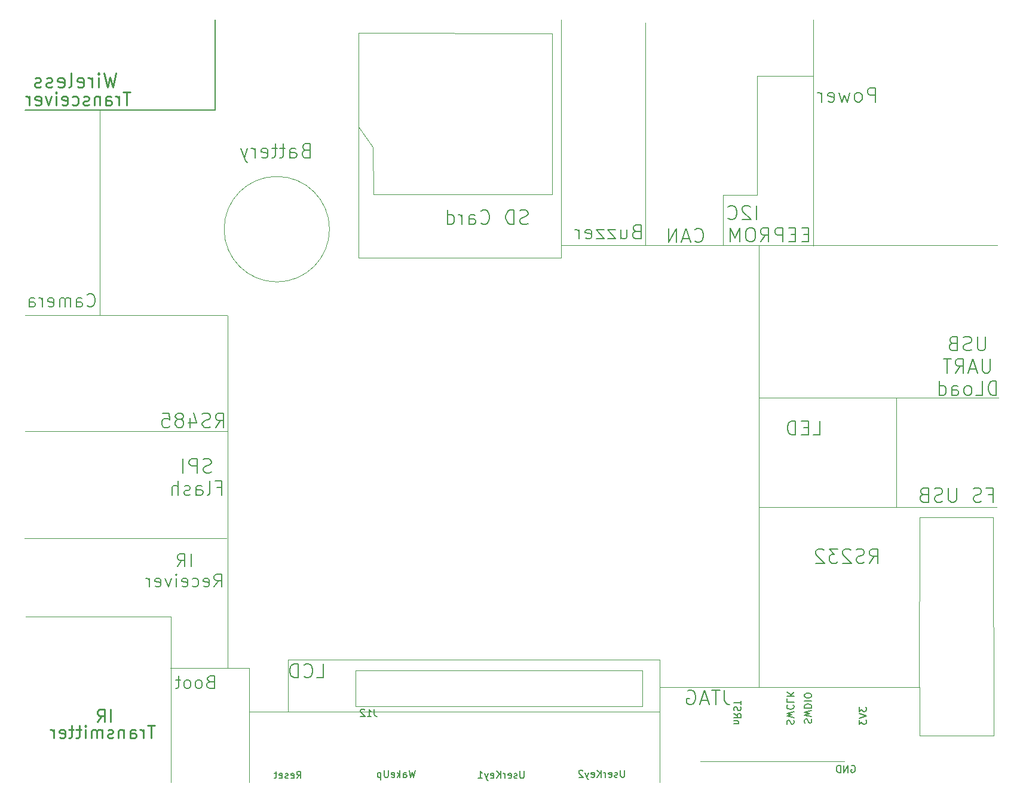
<source format=gbr>
%TF.GenerationSoftware,KiCad,Pcbnew,(5.1.10-1-10_14)*%
%TF.CreationDate,2021-07-27T16:47:55+08:00*%
%TF.ProjectId,mySTM32,6d795354-4d33-4322-9e6b-696361645f70,rev?*%
%TF.SameCoordinates,Original*%
%TF.FileFunction,Legend,Bot*%
%TF.FilePolarity,Positive*%
%FSLAX46Y46*%
G04 Gerber Fmt 4.6, Leading zero omitted, Abs format (unit mm)*
G04 Created by KiCad (PCBNEW (5.1.10-1-10_14)) date 2021-07-27 16:47:55*
%MOMM*%
%LPD*%
G01*
G04 APERTURE LIST*
%ADD10C,0.120000*%
%ADD11C,0.150000*%
%ADD12C,0.250000*%
G04 APERTURE END LIST*
D10*
X125740160Y-134965440D02*
X146169380Y-134965440D01*
D11*
X147149724Y-135628760D02*
X147244962Y-135581140D01*
X147387820Y-135581140D01*
X147530677Y-135628760D01*
X147625915Y-135723998D01*
X147673534Y-135819236D01*
X147721153Y-136009712D01*
X147721153Y-136152569D01*
X147673534Y-136343045D01*
X147625915Y-136438283D01*
X147530677Y-136533521D01*
X147387820Y-136581140D01*
X147292581Y-136581140D01*
X147149724Y-136533521D01*
X147102105Y-136485902D01*
X147102105Y-136152569D01*
X147292581Y-136152569D01*
X146673534Y-136581140D02*
X146673534Y-135581140D01*
X146102105Y-136581140D01*
X146102105Y-135581140D01*
X145625915Y-136581140D02*
X145625915Y-135581140D01*
X145387820Y-135581140D01*
X145244962Y-135628760D01*
X145149724Y-135723998D01*
X145102105Y-135819236D01*
X145054486Y-136009712D01*
X145054486Y-136152569D01*
X145102105Y-136343045D01*
X145149724Y-136438283D01*
X145244962Y-136533521D01*
X145387820Y-136581140D01*
X145625915Y-136581140D01*
X148273520Y-127324004D02*
X148273520Y-127943052D01*
X148654473Y-127609719D01*
X148654473Y-127752576D01*
X148702092Y-127847814D01*
X148749711Y-127895433D01*
X148844949Y-127943052D01*
X149083044Y-127943052D01*
X149178282Y-127895433D01*
X149225901Y-127847814D01*
X149273520Y-127752576D01*
X149273520Y-127466861D01*
X149225901Y-127371623D01*
X149178282Y-127324004D01*
X148273520Y-128228766D02*
X149273520Y-128562100D01*
X148273520Y-128895433D01*
X148273520Y-129133528D02*
X148273520Y-129752576D01*
X148654473Y-129419242D01*
X148654473Y-129562100D01*
X148702092Y-129657338D01*
X148749711Y-129704957D01*
X148844949Y-129752576D01*
X149083044Y-129752576D01*
X149178282Y-129704957D01*
X149225901Y-129657338D01*
X149273520Y-129562100D01*
X149273520Y-129276385D01*
X149225901Y-129181147D01*
X149178282Y-129133528D01*
X140567778Y-129588947D02*
X140520159Y-129446090D01*
X140520159Y-129207995D01*
X140567778Y-129112757D01*
X140615397Y-129065138D01*
X140710635Y-129017519D01*
X140805873Y-129017519D01*
X140901111Y-129065138D01*
X140948730Y-129112757D01*
X140996349Y-129207995D01*
X141043968Y-129398471D01*
X141091587Y-129493709D01*
X141139206Y-129541328D01*
X141234444Y-129588947D01*
X141329682Y-129588947D01*
X141424920Y-129541328D01*
X141472540Y-129493709D01*
X141520159Y-129398471D01*
X141520159Y-129160376D01*
X141472540Y-129017519D01*
X141520159Y-128684185D02*
X140520159Y-128446090D01*
X141234444Y-128255614D01*
X140520159Y-128065138D01*
X141520159Y-127827042D01*
X140520159Y-127446090D02*
X141520159Y-127446090D01*
X141520159Y-127207995D01*
X141472540Y-127065138D01*
X141377301Y-126969900D01*
X141282063Y-126922280D01*
X141091587Y-126874661D01*
X140948730Y-126874661D01*
X140758254Y-126922280D01*
X140663016Y-126969900D01*
X140567778Y-127065138D01*
X140520159Y-127207995D01*
X140520159Y-127446090D01*
X140520159Y-126446090D02*
X141520159Y-126446090D01*
X141520159Y-125779423D02*
X141520159Y-125588947D01*
X141472540Y-125493709D01*
X141377301Y-125398471D01*
X141186825Y-125350852D01*
X140853492Y-125350852D01*
X140663016Y-125398471D01*
X140567778Y-125493709D01*
X140520159Y-125588947D01*
X140520159Y-125779423D01*
X140567778Y-125874661D01*
X140663016Y-125969900D01*
X140853492Y-126017519D01*
X141186825Y-126017519D01*
X141377301Y-125969900D01*
X141472540Y-125874661D01*
X141520159Y-125779423D01*
X138063338Y-129731804D02*
X138015719Y-129588947D01*
X138015719Y-129350852D01*
X138063338Y-129255614D01*
X138110957Y-129207995D01*
X138206195Y-129160376D01*
X138301433Y-129160376D01*
X138396671Y-129207995D01*
X138444290Y-129255614D01*
X138491909Y-129350852D01*
X138539528Y-129541328D01*
X138587147Y-129636566D01*
X138634766Y-129684185D01*
X138730004Y-129731804D01*
X138825242Y-129731804D01*
X138920480Y-129684185D01*
X138968100Y-129636566D01*
X139015719Y-129541328D01*
X139015719Y-129303233D01*
X138968100Y-129160376D01*
X139015719Y-128827042D02*
X138015719Y-128588947D01*
X138730004Y-128398471D01*
X138015719Y-128207995D01*
X139015719Y-127969900D01*
X138110957Y-127017519D02*
X138063338Y-127065138D01*
X138015719Y-127207995D01*
X138015719Y-127303233D01*
X138063338Y-127446090D01*
X138158576Y-127541328D01*
X138253814Y-127588947D01*
X138444290Y-127636566D01*
X138587147Y-127636566D01*
X138777623Y-127588947D01*
X138872861Y-127541328D01*
X138968100Y-127446090D01*
X139015719Y-127303233D01*
X139015719Y-127207995D01*
X138968100Y-127065138D01*
X138920480Y-127017519D01*
X138015719Y-126112757D02*
X138015719Y-126588947D01*
X139015719Y-126588947D01*
X138015719Y-125779423D02*
X139015719Y-125779423D01*
X138015719Y-125207995D02*
X138587147Y-125636566D01*
X139015719Y-125207995D02*
X138444290Y-125779423D01*
X131169065Y-129709348D02*
X130502399Y-129709348D01*
X131073827Y-129709348D02*
X131121446Y-129661729D01*
X131169065Y-129566491D01*
X131169065Y-129423634D01*
X131121446Y-129328396D01*
X131026208Y-129280777D01*
X130502399Y-129280777D01*
X130502399Y-128233158D02*
X130978589Y-128566491D01*
X130502399Y-128804586D02*
X131502399Y-128804586D01*
X131502399Y-128423634D01*
X131454780Y-128328396D01*
X131407160Y-128280777D01*
X131311922Y-128233158D01*
X131169065Y-128233158D01*
X131073827Y-128280777D01*
X131026208Y-128328396D01*
X130978589Y-128423634D01*
X130978589Y-128804586D01*
X130550018Y-127852205D02*
X130502399Y-127709348D01*
X130502399Y-127471253D01*
X130550018Y-127376015D01*
X130597637Y-127328396D01*
X130692875Y-127280777D01*
X130788113Y-127280777D01*
X130883351Y-127328396D01*
X130930970Y-127376015D01*
X130978589Y-127471253D01*
X131026208Y-127661729D01*
X131073827Y-127756967D01*
X131121446Y-127804586D01*
X131216684Y-127852205D01*
X131311922Y-127852205D01*
X131407160Y-127804586D01*
X131454780Y-127756967D01*
X131502399Y-127661729D01*
X131502399Y-127423634D01*
X131454780Y-127280777D01*
X131502399Y-126995062D02*
X131502399Y-126423634D01*
X130502399Y-126709348D02*
X131502399Y-126709348D01*
D10*
X77348080Y-31920180D02*
X77330300Y-45140880D01*
X104741980Y-31960820D02*
X77348080Y-31920180D01*
X104741980Y-54749700D02*
X104741980Y-31960820D01*
X79408020Y-54749700D02*
X104741980Y-54749700D01*
X79380080Y-48054260D02*
X79408020Y-54749700D01*
X77332840Y-45135800D02*
X79380080Y-48054260D01*
X77343000Y-63738760D02*
X77332840Y-45135800D01*
X73217449Y-59667140D02*
G75*
G03*
X73217449Y-59667140I-7467009J0D01*
G01*
X156832300Y-100454460D02*
X156786580Y-124526040D01*
X167236140Y-100431600D02*
X156832300Y-100454460D01*
X167292020Y-131404360D02*
X167236140Y-100431600D01*
X156806900Y-131404360D02*
X167292020Y-131404360D01*
X156806900Y-124503180D02*
X156806900Y-131404360D01*
X156601160Y-124531120D02*
X156806900Y-124503180D01*
D11*
X116676322Y-59989102D02*
X116390608Y-60084340D01*
X116295370Y-60179579D01*
X116200132Y-60370055D01*
X116200132Y-60655769D01*
X116295370Y-60846245D01*
X116390608Y-60941483D01*
X116581084Y-61036721D01*
X117342989Y-61036721D01*
X117342989Y-59036721D01*
X116676322Y-59036721D01*
X116485846Y-59131960D01*
X116390608Y-59227198D01*
X116295370Y-59417674D01*
X116295370Y-59608150D01*
X116390608Y-59798626D01*
X116485846Y-59893864D01*
X116676322Y-59989102D01*
X117342989Y-59989102D01*
X114485846Y-59703388D02*
X114485846Y-61036721D01*
X115342989Y-59703388D02*
X115342989Y-60751007D01*
X115247751Y-60941483D01*
X115057275Y-61036721D01*
X114771560Y-61036721D01*
X114581084Y-60941483D01*
X114485846Y-60846245D01*
X113723941Y-59703388D02*
X112676322Y-59703388D01*
X113723941Y-61036721D01*
X112676322Y-61036721D01*
X112104894Y-59703388D02*
X111057275Y-59703388D01*
X112104894Y-61036721D01*
X111057275Y-61036721D01*
X109533465Y-60941483D02*
X109723941Y-61036721D01*
X110104894Y-61036721D01*
X110295370Y-60941483D01*
X110390608Y-60751007D01*
X110390608Y-59989102D01*
X110295370Y-59798626D01*
X110104894Y-59703388D01*
X109723941Y-59703388D01*
X109533465Y-59798626D01*
X109438227Y-59989102D01*
X109438227Y-60179579D01*
X110390608Y-60370055D01*
X108581084Y-61036721D02*
X108581084Y-59703388D01*
X108581084Y-60084340D02*
X108485846Y-59893864D01*
X108390608Y-59798626D01*
X108200132Y-59703388D01*
X108009656Y-59703388D01*
X69812017Y-48500682D02*
X69526302Y-48595920D01*
X69431064Y-48691159D01*
X69335826Y-48881635D01*
X69335826Y-49167349D01*
X69431064Y-49357825D01*
X69526302Y-49453063D01*
X69716779Y-49548301D01*
X70478683Y-49548301D01*
X70478683Y-47548301D01*
X69812017Y-47548301D01*
X69621540Y-47643540D01*
X69526302Y-47738778D01*
X69431064Y-47929254D01*
X69431064Y-48119730D01*
X69526302Y-48310206D01*
X69621540Y-48405444D01*
X69812017Y-48500682D01*
X70478683Y-48500682D01*
X67621540Y-49548301D02*
X67621540Y-48500682D01*
X67716779Y-48310206D01*
X67907255Y-48214968D01*
X68288207Y-48214968D01*
X68478683Y-48310206D01*
X67621540Y-49453063D02*
X67812017Y-49548301D01*
X68288207Y-49548301D01*
X68478683Y-49453063D01*
X68573921Y-49262587D01*
X68573921Y-49072111D01*
X68478683Y-48881635D01*
X68288207Y-48786397D01*
X67812017Y-48786397D01*
X67621540Y-48691159D01*
X66954874Y-48214968D02*
X66192969Y-48214968D01*
X66669160Y-47548301D02*
X66669160Y-49262587D01*
X66573921Y-49453063D01*
X66383445Y-49548301D01*
X66192969Y-49548301D01*
X65812017Y-48214968D02*
X65050112Y-48214968D01*
X65526302Y-47548301D02*
X65526302Y-49262587D01*
X65431064Y-49453063D01*
X65240588Y-49548301D01*
X65050112Y-49548301D01*
X63621540Y-49453063D02*
X63812017Y-49548301D01*
X64192969Y-49548301D01*
X64383445Y-49453063D01*
X64478683Y-49262587D01*
X64478683Y-48500682D01*
X64383445Y-48310206D01*
X64192969Y-48214968D01*
X63812017Y-48214968D01*
X63621540Y-48310206D01*
X63526302Y-48500682D01*
X63526302Y-48691159D01*
X64478683Y-48881635D01*
X62669160Y-49548301D02*
X62669160Y-48214968D01*
X62669160Y-48595920D02*
X62573921Y-48405444D01*
X62478683Y-48310206D01*
X62288207Y-48214968D01*
X62097731Y-48214968D01*
X61621540Y-48214968D02*
X61145350Y-49548301D01*
X60669160Y-48214968D02*
X61145350Y-49548301D01*
X61335826Y-50024492D01*
X61431064Y-50119730D01*
X61621540Y-50214968D01*
D10*
X77343660Y-63728600D02*
X106000000Y-63728600D01*
D11*
X101339564Y-58861223D02*
X101053850Y-58956461D01*
X100577660Y-58956461D01*
X100387183Y-58861223D01*
X100291945Y-58765985D01*
X100196707Y-58575509D01*
X100196707Y-58385033D01*
X100291945Y-58194557D01*
X100387183Y-58099319D01*
X100577660Y-58004080D01*
X100958612Y-57908842D01*
X101149088Y-57813604D01*
X101244326Y-57718366D01*
X101339564Y-57527890D01*
X101339564Y-57337414D01*
X101244326Y-57146938D01*
X101149088Y-57051700D01*
X100958612Y-56956461D01*
X100482421Y-56956461D01*
X100196707Y-57051700D01*
X99339564Y-58956461D02*
X99339564Y-56956461D01*
X98863374Y-56956461D01*
X98577660Y-57051700D01*
X98387183Y-57242176D01*
X98291945Y-57432652D01*
X98196707Y-57813604D01*
X98196707Y-58099319D01*
X98291945Y-58480271D01*
X98387183Y-58670747D01*
X98577660Y-58861223D01*
X98863374Y-58956461D01*
X99339564Y-58956461D01*
X94672898Y-58765985D02*
X94768136Y-58861223D01*
X95053850Y-58956461D01*
X95244326Y-58956461D01*
X95530040Y-58861223D01*
X95720517Y-58670747D01*
X95815755Y-58480271D01*
X95910993Y-58099319D01*
X95910993Y-57813604D01*
X95815755Y-57432652D01*
X95720517Y-57242176D01*
X95530040Y-57051700D01*
X95244326Y-56956461D01*
X95053850Y-56956461D01*
X94768136Y-57051700D01*
X94672898Y-57146938D01*
X92958612Y-58956461D02*
X92958612Y-57908842D01*
X93053850Y-57718366D01*
X93244326Y-57623128D01*
X93625279Y-57623128D01*
X93815755Y-57718366D01*
X92958612Y-58861223D02*
X93149088Y-58956461D01*
X93625279Y-58956461D01*
X93815755Y-58861223D01*
X93910993Y-58670747D01*
X93910993Y-58480271D01*
X93815755Y-58289795D01*
X93625279Y-58194557D01*
X93149088Y-58194557D01*
X92958612Y-58099319D01*
X92006231Y-58956461D02*
X92006231Y-57623128D01*
X92006231Y-58004080D02*
X91910993Y-57813604D01*
X91815755Y-57718366D01*
X91625279Y-57623128D01*
X91434802Y-57623128D01*
X89910993Y-58956461D02*
X89910993Y-56956461D01*
X89910993Y-58861223D02*
X90101469Y-58956461D01*
X90482421Y-58956461D01*
X90672898Y-58861223D01*
X90768136Y-58765985D01*
X90863374Y-58575509D01*
X90863374Y-58004080D01*
X90768136Y-57813604D01*
X90672898Y-57718366D01*
X90482421Y-57623128D01*
X90101469Y-57623128D01*
X89910993Y-57718366D01*
D10*
X106000000Y-30048200D02*
X106000000Y-63728600D01*
X117991400Y-61963300D02*
X117991400Y-30403800D01*
D11*
X124976094Y-61351705D02*
X125071332Y-61446943D01*
X125357046Y-61542181D01*
X125547522Y-61542181D01*
X125833237Y-61446943D01*
X126023713Y-61256467D01*
X126118951Y-61065991D01*
X126214189Y-60685039D01*
X126214189Y-60399324D01*
X126118951Y-60018372D01*
X126023713Y-59827896D01*
X125833237Y-59637420D01*
X125547522Y-59542181D01*
X125357046Y-59542181D01*
X125071332Y-59637420D01*
X124976094Y-59732658D01*
X124214189Y-60970753D02*
X123261808Y-60970753D01*
X124404665Y-61542181D02*
X123737999Y-59542181D01*
X123071332Y-61542181D01*
X122404665Y-61542181D02*
X122404665Y-59542181D01*
X121261808Y-61542181D01*
X121261808Y-59542181D01*
X133689957Y-58316181D02*
X133689957Y-56316181D01*
X132832814Y-56506658D02*
X132737576Y-56411420D01*
X132547100Y-56316181D01*
X132070909Y-56316181D01*
X131880433Y-56411420D01*
X131785195Y-56506658D01*
X131689957Y-56697134D01*
X131689957Y-56887610D01*
X131785195Y-57173324D01*
X132928052Y-58316181D01*
X131689957Y-58316181D01*
X129689957Y-58125705D02*
X129785195Y-58220943D01*
X130070909Y-58316181D01*
X130261385Y-58316181D01*
X130547100Y-58220943D01*
X130737576Y-58030467D01*
X130832814Y-57839991D01*
X130928052Y-57459039D01*
X130928052Y-57173324D01*
X130832814Y-56792372D01*
X130737576Y-56601896D01*
X130547100Y-56411420D01*
X130261385Y-56316181D01*
X130070909Y-56316181D01*
X129785195Y-56411420D01*
X129689957Y-56506658D01*
X141070909Y-60418562D02*
X140404242Y-60418562D01*
X140118528Y-61466181D02*
X141070909Y-61466181D01*
X141070909Y-59466181D01*
X140118528Y-59466181D01*
X139261385Y-60418562D02*
X138594719Y-60418562D01*
X138309004Y-61466181D02*
X139261385Y-61466181D01*
X139261385Y-59466181D01*
X138309004Y-59466181D01*
X137451861Y-61466181D02*
X137451861Y-59466181D01*
X136689957Y-59466181D01*
X136499480Y-59561420D01*
X136404242Y-59656658D01*
X136309004Y-59847134D01*
X136309004Y-60132848D01*
X136404242Y-60323324D01*
X136499480Y-60418562D01*
X136689957Y-60513800D01*
X137451861Y-60513800D01*
X134309004Y-61466181D02*
X134975671Y-60513800D01*
X135451861Y-61466181D02*
X135451861Y-59466181D01*
X134689957Y-59466181D01*
X134499480Y-59561420D01*
X134404242Y-59656658D01*
X134309004Y-59847134D01*
X134309004Y-60132848D01*
X134404242Y-60323324D01*
X134499480Y-60418562D01*
X134689957Y-60513800D01*
X135451861Y-60513800D01*
X133070909Y-59466181D02*
X132689957Y-59466181D01*
X132499480Y-59561420D01*
X132309004Y-59751896D01*
X132213766Y-60132848D01*
X132213766Y-60799515D01*
X132309004Y-61180467D01*
X132499480Y-61370943D01*
X132689957Y-61466181D01*
X133070909Y-61466181D01*
X133261385Y-61370943D01*
X133451861Y-61180467D01*
X133547100Y-60799515D01*
X133547100Y-60132848D01*
X133451861Y-59751896D01*
X133261385Y-59561420D01*
X133070909Y-59466181D01*
X131356623Y-61466181D02*
X131356623Y-59466181D01*
X130689957Y-60894753D01*
X130023290Y-59466181D01*
X130023290Y-61466181D01*
D10*
X129000000Y-54813200D02*
X129000000Y-61937900D01*
X133800000Y-54813200D02*
X129000000Y-54813200D01*
X133800000Y-38023800D02*
X133800000Y-54813200D01*
X141757400Y-38011100D02*
X133800000Y-38011100D01*
X141782800Y-30035500D02*
X141782800Y-62001400D01*
D11*
X150573880Y-41671761D02*
X150573880Y-39671761D01*
X149811976Y-39671761D01*
X149621500Y-39767000D01*
X149526261Y-39862238D01*
X149431023Y-40052714D01*
X149431023Y-40338428D01*
X149526261Y-40528904D01*
X149621500Y-40624142D01*
X149811976Y-40719380D01*
X150573880Y-40719380D01*
X148288166Y-41671761D02*
X148478642Y-41576523D01*
X148573880Y-41481285D01*
X148669119Y-41290809D01*
X148669119Y-40719380D01*
X148573880Y-40528904D01*
X148478642Y-40433666D01*
X148288166Y-40338428D01*
X148002452Y-40338428D01*
X147811976Y-40433666D01*
X147716738Y-40528904D01*
X147621500Y-40719380D01*
X147621500Y-41290809D01*
X147716738Y-41481285D01*
X147811976Y-41576523D01*
X148002452Y-41671761D01*
X148288166Y-41671761D01*
X146954833Y-40338428D02*
X146573880Y-41671761D01*
X146192928Y-40719380D01*
X145811976Y-41671761D01*
X145431023Y-40338428D01*
X143907214Y-41576523D02*
X144097690Y-41671761D01*
X144478642Y-41671761D01*
X144669119Y-41576523D01*
X144764357Y-41386047D01*
X144764357Y-40624142D01*
X144669119Y-40433666D01*
X144478642Y-40338428D01*
X144097690Y-40338428D01*
X143907214Y-40433666D01*
X143811976Y-40624142D01*
X143811976Y-40814619D01*
X144764357Y-41005095D01*
X142954833Y-41671761D02*
X142954833Y-40338428D01*
X142954833Y-40719380D02*
X142859595Y-40528904D01*
X142764357Y-40433666D01*
X142573880Y-40338428D01*
X142383404Y-40338428D01*
D10*
X167881300Y-61963300D02*
X106000000Y-61963300D01*
D11*
X166186169Y-74873221D02*
X166186169Y-76492269D01*
X166090931Y-76682745D01*
X165995693Y-76777983D01*
X165805217Y-76873221D01*
X165424264Y-76873221D01*
X165233788Y-76777983D01*
X165138550Y-76682745D01*
X165043312Y-76492269D01*
X165043312Y-74873221D01*
X164186169Y-76777983D02*
X163900455Y-76873221D01*
X163424264Y-76873221D01*
X163233788Y-76777983D01*
X163138550Y-76682745D01*
X163043312Y-76492269D01*
X163043312Y-76301793D01*
X163138550Y-76111317D01*
X163233788Y-76016079D01*
X163424264Y-75920840D01*
X163805217Y-75825602D01*
X163995693Y-75730364D01*
X164090931Y-75635126D01*
X164186169Y-75444650D01*
X164186169Y-75254174D01*
X164090931Y-75063698D01*
X163995693Y-74968460D01*
X163805217Y-74873221D01*
X163329026Y-74873221D01*
X163043312Y-74968460D01*
X161519502Y-75825602D02*
X161233788Y-75920840D01*
X161138550Y-76016079D01*
X161043312Y-76206555D01*
X161043312Y-76492269D01*
X161138550Y-76682745D01*
X161233788Y-76777983D01*
X161424264Y-76873221D01*
X162186169Y-76873221D01*
X162186169Y-74873221D01*
X161519502Y-74873221D01*
X161329026Y-74968460D01*
X161233788Y-75063698D01*
X161138550Y-75254174D01*
X161138550Y-75444650D01*
X161233788Y-75635126D01*
X161329026Y-75730364D01*
X161519502Y-75825602D01*
X162186169Y-75825602D01*
X166852836Y-78023221D02*
X166852836Y-79642269D01*
X166757598Y-79832745D01*
X166662360Y-79927983D01*
X166471883Y-80023221D01*
X166090931Y-80023221D01*
X165900455Y-79927983D01*
X165805217Y-79832745D01*
X165709979Y-79642269D01*
X165709979Y-78023221D01*
X164852836Y-79451793D02*
X163900455Y-79451793D01*
X165043312Y-80023221D02*
X164376645Y-78023221D01*
X163709979Y-80023221D01*
X161900455Y-80023221D02*
X162567121Y-79070840D01*
X163043312Y-80023221D02*
X163043312Y-78023221D01*
X162281407Y-78023221D01*
X162090931Y-78118460D01*
X161995693Y-78213698D01*
X161900455Y-78404174D01*
X161900455Y-78689888D01*
X161995693Y-78880364D01*
X162090931Y-78975602D01*
X162281407Y-79070840D01*
X163043312Y-79070840D01*
X161329026Y-78023221D02*
X160186169Y-78023221D01*
X160757598Y-80023221D02*
X160757598Y-78023221D01*
X167709979Y-83173221D02*
X167709979Y-81173221D01*
X167233788Y-81173221D01*
X166948074Y-81268460D01*
X166757598Y-81458936D01*
X166662360Y-81649412D01*
X166567121Y-82030364D01*
X166567121Y-82316079D01*
X166662360Y-82697031D01*
X166757598Y-82887507D01*
X166948074Y-83077983D01*
X167233788Y-83173221D01*
X167709979Y-83173221D01*
X164757598Y-83173221D02*
X165709979Y-83173221D01*
X165709979Y-81173221D01*
X163805217Y-83173221D02*
X163995693Y-83077983D01*
X164090931Y-82982745D01*
X164186169Y-82792269D01*
X164186169Y-82220840D01*
X164090931Y-82030364D01*
X163995693Y-81935126D01*
X163805217Y-81839888D01*
X163519502Y-81839888D01*
X163329026Y-81935126D01*
X163233788Y-82030364D01*
X163138550Y-82220840D01*
X163138550Y-82792269D01*
X163233788Y-82982745D01*
X163329026Y-83077983D01*
X163519502Y-83173221D01*
X163805217Y-83173221D01*
X161424264Y-83173221D02*
X161424264Y-82125602D01*
X161519502Y-81935126D01*
X161709979Y-81839888D01*
X162090931Y-81839888D01*
X162281407Y-81935126D01*
X161424264Y-83077983D02*
X161614740Y-83173221D01*
X162090931Y-83173221D01*
X162281407Y-83077983D01*
X162376645Y-82887507D01*
X162376645Y-82697031D01*
X162281407Y-82506555D01*
X162090931Y-82411317D01*
X161614740Y-82411317D01*
X161424264Y-82316079D01*
X159614740Y-83173221D02*
X159614740Y-81173221D01*
X159614740Y-83077983D02*
X159805217Y-83173221D01*
X160186169Y-83173221D01*
X160376645Y-83077983D01*
X160471883Y-82982745D01*
X160567121Y-82792269D01*
X160567121Y-82220840D01*
X160471883Y-82030364D01*
X160376645Y-81935126D01*
X160186169Y-81839888D01*
X159805217Y-81839888D01*
X159614740Y-81935126D01*
X141724854Y-88819241D02*
X142677235Y-88819241D01*
X142677235Y-86819241D01*
X141058187Y-87771622D02*
X140391520Y-87771622D01*
X140105806Y-88819241D02*
X141058187Y-88819241D01*
X141058187Y-86819241D01*
X140105806Y-86819241D01*
X139248663Y-88819241D02*
X139248663Y-86819241D01*
X138772473Y-86819241D01*
X138486759Y-86914480D01*
X138296282Y-87104956D01*
X138201044Y-87295432D01*
X138105806Y-87676384D01*
X138105806Y-87962099D01*
X138201044Y-88343051D01*
X138296282Y-88533527D01*
X138486759Y-88724003D01*
X138772473Y-88819241D01*
X139248663Y-88819241D01*
D10*
X168000000Y-83500000D02*
X134061200Y-83500000D01*
D11*
X166544071Y-97266142D02*
X167210738Y-97266142D01*
X167210738Y-98313761D02*
X167210738Y-96313761D01*
X166258357Y-96313761D01*
X165591690Y-98218523D02*
X165305976Y-98313761D01*
X164829785Y-98313761D01*
X164639309Y-98218523D01*
X164544071Y-98123285D01*
X164448833Y-97932809D01*
X164448833Y-97742333D01*
X164544071Y-97551857D01*
X164639309Y-97456619D01*
X164829785Y-97361380D01*
X165210738Y-97266142D01*
X165401214Y-97170904D01*
X165496452Y-97075666D01*
X165591690Y-96885190D01*
X165591690Y-96694714D01*
X165496452Y-96504238D01*
X165401214Y-96409000D01*
X165210738Y-96313761D01*
X164734547Y-96313761D01*
X164448833Y-96409000D01*
X162067880Y-96313761D02*
X162067880Y-97932809D01*
X161972642Y-98123285D01*
X161877404Y-98218523D01*
X161686928Y-98313761D01*
X161305976Y-98313761D01*
X161115500Y-98218523D01*
X161020261Y-98123285D01*
X160925023Y-97932809D01*
X160925023Y-96313761D01*
X160067880Y-98218523D02*
X159782166Y-98313761D01*
X159305976Y-98313761D01*
X159115500Y-98218523D01*
X159020261Y-98123285D01*
X158925023Y-97932809D01*
X158925023Y-97742333D01*
X159020261Y-97551857D01*
X159115500Y-97456619D01*
X159305976Y-97361380D01*
X159686928Y-97266142D01*
X159877404Y-97170904D01*
X159972642Y-97075666D01*
X160067880Y-96885190D01*
X160067880Y-96694714D01*
X159972642Y-96504238D01*
X159877404Y-96409000D01*
X159686928Y-96313761D01*
X159210738Y-96313761D01*
X158925023Y-96409000D01*
X157401214Y-97266142D02*
X157115500Y-97361380D01*
X157020261Y-97456619D01*
X156925023Y-97647095D01*
X156925023Y-97932809D01*
X157020261Y-98123285D01*
X157115500Y-98218523D01*
X157305976Y-98313761D01*
X158067880Y-98313761D01*
X158067880Y-96313761D01*
X157401214Y-96313761D01*
X157210738Y-96409000D01*
X157115500Y-96504238D01*
X157020261Y-96694714D01*
X157020261Y-96885190D01*
X157115500Y-97075666D01*
X157210738Y-97170904D01*
X157401214Y-97266142D01*
X158067880Y-97266142D01*
D10*
X153500000Y-83500000D02*
X153500000Y-99000000D01*
D11*
X149751016Y-106942141D02*
X150417682Y-105989760D01*
X150893873Y-106942141D02*
X150893873Y-104942141D01*
X150131968Y-104942141D01*
X149941492Y-105037380D01*
X149846254Y-105132618D01*
X149751016Y-105323094D01*
X149751016Y-105608808D01*
X149846254Y-105799284D01*
X149941492Y-105894522D01*
X150131968Y-105989760D01*
X150893873Y-105989760D01*
X148989111Y-106846903D02*
X148703397Y-106942141D01*
X148227206Y-106942141D01*
X148036730Y-106846903D01*
X147941492Y-106751665D01*
X147846254Y-106561189D01*
X147846254Y-106370713D01*
X147941492Y-106180237D01*
X148036730Y-106084999D01*
X148227206Y-105989760D01*
X148608159Y-105894522D01*
X148798635Y-105799284D01*
X148893873Y-105704046D01*
X148989111Y-105513570D01*
X148989111Y-105323094D01*
X148893873Y-105132618D01*
X148798635Y-105037380D01*
X148608159Y-104942141D01*
X148131968Y-104942141D01*
X147846254Y-105037380D01*
X147084349Y-105132618D02*
X146989111Y-105037380D01*
X146798635Y-104942141D01*
X146322444Y-104942141D01*
X146131968Y-105037380D01*
X146036730Y-105132618D01*
X145941492Y-105323094D01*
X145941492Y-105513570D01*
X146036730Y-105799284D01*
X147179587Y-106942141D01*
X145941492Y-106942141D01*
X145274825Y-104942141D02*
X144036730Y-104942141D01*
X144703397Y-105704046D01*
X144417682Y-105704046D01*
X144227206Y-105799284D01*
X144131968Y-105894522D01*
X144036730Y-106084999D01*
X144036730Y-106561189D01*
X144131968Y-106751665D01*
X144227206Y-106846903D01*
X144417682Y-106942141D01*
X144989111Y-106942141D01*
X145179587Y-106846903D01*
X145274825Y-106751665D01*
X143274825Y-105132618D02*
X143179587Y-105037380D01*
X142989111Y-104942141D01*
X142512920Y-104942141D01*
X142322444Y-105037380D01*
X142227206Y-105132618D01*
X142131968Y-105323094D01*
X142131968Y-105513570D01*
X142227206Y-105799284D01*
X143370063Y-106942141D01*
X142131968Y-106942141D01*
D10*
X167754300Y-99000000D02*
X134048500Y-99000000D01*
X134048500Y-61963300D02*
X134048500Y-124548900D01*
D11*
X129180933Y-124939561D02*
X129180933Y-126368133D01*
X129276171Y-126653847D01*
X129466647Y-126844323D01*
X129752361Y-126939561D01*
X129942838Y-126939561D01*
X128514266Y-124939561D02*
X127371409Y-124939561D01*
X127942838Y-126939561D02*
X127942838Y-124939561D01*
X126799980Y-126368133D02*
X125847600Y-126368133D01*
X126990457Y-126939561D02*
X126323790Y-124939561D01*
X125657123Y-126939561D01*
X123942838Y-125034800D02*
X124133314Y-124939561D01*
X124419028Y-124939561D01*
X124704742Y-125034800D01*
X124895219Y-125225276D01*
X124990457Y-125415752D01*
X125085695Y-125796704D01*
X125085695Y-126082419D01*
X124990457Y-126463371D01*
X124895219Y-126653847D01*
X124704742Y-126844323D01*
X124419028Y-126939561D01*
X124228552Y-126939561D01*
X123942838Y-126844323D01*
X123847600Y-126749085D01*
X123847600Y-126082419D01*
X124228552Y-126082419D01*
D10*
X120000000Y-124548900D02*
X156600000Y-124548900D01*
X120000000Y-138000000D02*
X120000000Y-120580000D01*
D11*
X71408752Y-123180361D02*
X72361133Y-123180361D01*
X72361133Y-121180361D01*
X69599228Y-122989885D02*
X69694466Y-123085123D01*
X69980180Y-123180361D01*
X70170657Y-123180361D01*
X70456371Y-123085123D01*
X70646847Y-122894647D01*
X70742085Y-122704171D01*
X70837323Y-122323219D01*
X70837323Y-122037504D01*
X70742085Y-121656552D01*
X70646847Y-121466076D01*
X70456371Y-121275600D01*
X70170657Y-121180361D01*
X69980180Y-121180361D01*
X69694466Y-121275600D01*
X69599228Y-121370838D01*
X68742085Y-123180361D02*
X68742085Y-121180361D01*
X68265895Y-121180361D01*
X67980180Y-121275600D01*
X67789704Y-121466076D01*
X67694466Y-121656552D01*
X67599228Y-122037504D01*
X67599228Y-122323219D01*
X67694466Y-122704171D01*
X67789704Y-122894647D01*
X67980180Y-123085123D01*
X68265895Y-123180361D01*
X68742085Y-123180361D01*
D10*
X120015000Y-120580000D02*
X67310000Y-120580000D01*
X67310000Y-120650000D02*
X67310000Y-128016000D01*
D11*
X115020005Y-136251700D02*
X115020005Y-137061224D01*
X114972386Y-137156462D01*
X114924767Y-137204081D01*
X114829529Y-137251700D01*
X114639053Y-137251700D01*
X114543815Y-137204081D01*
X114496196Y-137156462D01*
X114448577Y-137061224D01*
X114448577Y-136251700D01*
X114020005Y-137204081D02*
X113924767Y-137251700D01*
X113734291Y-137251700D01*
X113639053Y-137204081D01*
X113591434Y-137108843D01*
X113591434Y-137061224D01*
X113639053Y-136965986D01*
X113734291Y-136918367D01*
X113877148Y-136918367D01*
X113972386Y-136870748D01*
X114020005Y-136775510D01*
X114020005Y-136727891D01*
X113972386Y-136632653D01*
X113877148Y-136585034D01*
X113734291Y-136585034D01*
X113639053Y-136632653D01*
X112781910Y-137204081D02*
X112877148Y-137251700D01*
X113067624Y-137251700D01*
X113162862Y-137204081D01*
X113210481Y-137108843D01*
X113210481Y-136727891D01*
X113162862Y-136632653D01*
X113067624Y-136585034D01*
X112877148Y-136585034D01*
X112781910Y-136632653D01*
X112734291Y-136727891D01*
X112734291Y-136823129D01*
X113210481Y-136918367D01*
X112305720Y-137251700D02*
X112305720Y-136585034D01*
X112305720Y-136775510D02*
X112258100Y-136680272D01*
X112210481Y-136632653D01*
X112115243Y-136585034D01*
X112020005Y-136585034D01*
X111686672Y-137251700D02*
X111686672Y-136251700D01*
X111115243Y-137251700D02*
X111543815Y-136680272D01*
X111115243Y-136251700D02*
X111686672Y-136823129D01*
X110305720Y-137204081D02*
X110400958Y-137251700D01*
X110591434Y-137251700D01*
X110686672Y-137204081D01*
X110734291Y-137108843D01*
X110734291Y-136727891D01*
X110686672Y-136632653D01*
X110591434Y-136585034D01*
X110400958Y-136585034D01*
X110305720Y-136632653D01*
X110258100Y-136727891D01*
X110258100Y-136823129D01*
X110734291Y-136918367D01*
X109924767Y-136585034D02*
X109686672Y-137251700D01*
X109448577Y-136585034D02*
X109686672Y-137251700D01*
X109781910Y-137489796D01*
X109829529Y-137537415D01*
X109924767Y-137585034D01*
X109115243Y-136346939D02*
X109067624Y-136299320D01*
X108972386Y-136251700D01*
X108734291Y-136251700D01*
X108639053Y-136299320D01*
X108591434Y-136346939D01*
X108543815Y-136442177D01*
X108543815Y-136537415D01*
X108591434Y-136680272D01*
X109162862Y-137251700D01*
X108543815Y-137251700D01*
X100780765Y-136388860D02*
X100780765Y-137198384D01*
X100733146Y-137293622D01*
X100685527Y-137341241D01*
X100590289Y-137388860D01*
X100399813Y-137388860D01*
X100304575Y-137341241D01*
X100256956Y-137293622D01*
X100209337Y-137198384D01*
X100209337Y-136388860D01*
X99780765Y-137341241D02*
X99685527Y-137388860D01*
X99495051Y-137388860D01*
X99399813Y-137341241D01*
X99352194Y-137246003D01*
X99352194Y-137198384D01*
X99399813Y-137103146D01*
X99495051Y-137055527D01*
X99637908Y-137055527D01*
X99733146Y-137007908D01*
X99780765Y-136912670D01*
X99780765Y-136865051D01*
X99733146Y-136769813D01*
X99637908Y-136722194D01*
X99495051Y-136722194D01*
X99399813Y-136769813D01*
X98542670Y-137341241D02*
X98637908Y-137388860D01*
X98828384Y-137388860D01*
X98923622Y-137341241D01*
X98971241Y-137246003D01*
X98971241Y-136865051D01*
X98923622Y-136769813D01*
X98828384Y-136722194D01*
X98637908Y-136722194D01*
X98542670Y-136769813D01*
X98495051Y-136865051D01*
X98495051Y-136960289D01*
X98971241Y-137055527D01*
X98066480Y-137388860D02*
X98066480Y-136722194D01*
X98066480Y-136912670D02*
X98018860Y-136817432D01*
X97971241Y-136769813D01*
X97876003Y-136722194D01*
X97780765Y-136722194D01*
X97447432Y-137388860D02*
X97447432Y-136388860D01*
X96876003Y-137388860D02*
X97304575Y-136817432D01*
X96876003Y-136388860D02*
X97447432Y-136960289D01*
X96066480Y-137341241D02*
X96161718Y-137388860D01*
X96352194Y-137388860D01*
X96447432Y-137341241D01*
X96495051Y-137246003D01*
X96495051Y-136865051D01*
X96447432Y-136769813D01*
X96352194Y-136722194D01*
X96161718Y-136722194D01*
X96066480Y-136769813D01*
X96018860Y-136865051D01*
X96018860Y-136960289D01*
X96495051Y-137055527D01*
X95685527Y-136722194D02*
X95447432Y-137388860D01*
X95209337Y-136722194D02*
X95447432Y-137388860D01*
X95542670Y-137626956D01*
X95590289Y-137674575D01*
X95685527Y-137722194D01*
X94304575Y-137388860D02*
X94876003Y-137388860D01*
X94590289Y-137388860D02*
X94590289Y-136388860D01*
X94685527Y-136531718D01*
X94780765Y-136626956D01*
X94876003Y-136674575D01*
X85354776Y-136269480D02*
X85116680Y-137269480D01*
X84926204Y-136555195D01*
X84735728Y-137269480D01*
X84497633Y-136269480D01*
X83688109Y-137269480D02*
X83688109Y-136745671D01*
X83735728Y-136650433D01*
X83830966Y-136602814D01*
X84021442Y-136602814D01*
X84116680Y-136650433D01*
X83688109Y-137221861D02*
X83783347Y-137269480D01*
X84021442Y-137269480D01*
X84116680Y-137221861D01*
X84164300Y-137126623D01*
X84164300Y-137031385D01*
X84116680Y-136936147D01*
X84021442Y-136888528D01*
X83783347Y-136888528D01*
X83688109Y-136840909D01*
X83211919Y-137269480D02*
X83211919Y-136269480D01*
X83116680Y-136888528D02*
X82830966Y-137269480D01*
X82830966Y-136602814D02*
X83211919Y-136983766D01*
X82021442Y-137221861D02*
X82116680Y-137269480D01*
X82307157Y-137269480D01*
X82402395Y-137221861D01*
X82450014Y-137126623D01*
X82450014Y-136745671D01*
X82402395Y-136650433D01*
X82307157Y-136602814D01*
X82116680Y-136602814D01*
X82021442Y-136650433D01*
X81973823Y-136745671D01*
X81973823Y-136840909D01*
X82450014Y-136936147D01*
X81545252Y-136269480D02*
X81545252Y-137079004D01*
X81497633Y-137174242D01*
X81450014Y-137221861D01*
X81354776Y-137269480D01*
X81164300Y-137269480D01*
X81069061Y-137221861D01*
X81021442Y-137174242D01*
X80973823Y-137079004D01*
X80973823Y-136269480D01*
X80497633Y-136602814D02*
X80497633Y-137602814D01*
X80497633Y-136650433D02*
X80402395Y-136602814D01*
X80211919Y-136602814D01*
X80116680Y-136650433D01*
X80069061Y-136698052D01*
X80021442Y-136793290D01*
X80021442Y-137079004D01*
X80069061Y-137174242D01*
X80116680Y-137221861D01*
X80211919Y-137269480D01*
X80402395Y-137269480D01*
X80497633Y-137221861D01*
X68581115Y-137404100D02*
X68914448Y-136927910D01*
X69152543Y-137404100D02*
X69152543Y-136404100D01*
X68771591Y-136404100D01*
X68676353Y-136451720D01*
X68628734Y-136499339D01*
X68581115Y-136594577D01*
X68581115Y-136737434D01*
X68628734Y-136832672D01*
X68676353Y-136880291D01*
X68771591Y-136927910D01*
X69152543Y-136927910D01*
X67771591Y-137356481D02*
X67866829Y-137404100D01*
X68057305Y-137404100D01*
X68152543Y-137356481D01*
X68200162Y-137261243D01*
X68200162Y-136880291D01*
X68152543Y-136785053D01*
X68057305Y-136737434D01*
X67866829Y-136737434D01*
X67771591Y-136785053D01*
X67723972Y-136880291D01*
X67723972Y-136975529D01*
X68200162Y-137070767D01*
X67343020Y-137356481D02*
X67247781Y-137404100D01*
X67057305Y-137404100D01*
X66962067Y-137356481D01*
X66914448Y-137261243D01*
X66914448Y-137213624D01*
X66962067Y-137118386D01*
X67057305Y-137070767D01*
X67200162Y-137070767D01*
X67295400Y-137023148D01*
X67343020Y-136927910D01*
X67343020Y-136880291D01*
X67295400Y-136785053D01*
X67200162Y-136737434D01*
X67057305Y-136737434D01*
X66962067Y-136785053D01*
X66104924Y-137356481D02*
X66200162Y-137404100D01*
X66390639Y-137404100D01*
X66485877Y-137356481D01*
X66533496Y-137261243D01*
X66533496Y-136880291D01*
X66485877Y-136785053D01*
X66390639Y-136737434D01*
X66200162Y-136737434D01*
X66104924Y-136785053D01*
X66057305Y-136880291D01*
X66057305Y-136975529D01*
X66533496Y-137070767D01*
X65771591Y-136737434D02*
X65390639Y-136737434D01*
X65628734Y-136404100D02*
X65628734Y-137261243D01*
X65581115Y-137356481D01*
X65485877Y-137404100D01*
X65390639Y-137404100D01*
D10*
X120000000Y-128000000D02*
X61899800Y-128000000D01*
D11*
X56294085Y-123772628D02*
X56036942Y-123858342D01*
X55951228Y-123944057D01*
X55865514Y-124115485D01*
X55865514Y-124372628D01*
X55951228Y-124544057D01*
X56036942Y-124629771D01*
X56208371Y-124715485D01*
X56894085Y-124715485D01*
X56894085Y-122915485D01*
X56294085Y-122915485D01*
X56122657Y-123001200D01*
X56036942Y-123086914D01*
X55951228Y-123258342D01*
X55951228Y-123429771D01*
X56036942Y-123601200D01*
X56122657Y-123686914D01*
X56294085Y-123772628D01*
X56894085Y-123772628D01*
X54836942Y-124715485D02*
X55008371Y-124629771D01*
X55094085Y-124544057D01*
X55179800Y-124372628D01*
X55179800Y-123858342D01*
X55094085Y-123686914D01*
X55008371Y-123601200D01*
X54836942Y-123515485D01*
X54579800Y-123515485D01*
X54408371Y-123601200D01*
X54322657Y-123686914D01*
X54236942Y-123858342D01*
X54236942Y-124372628D01*
X54322657Y-124544057D01*
X54408371Y-124629771D01*
X54579800Y-124715485D01*
X54836942Y-124715485D01*
X53208371Y-124715485D02*
X53379800Y-124629771D01*
X53465514Y-124544057D01*
X53551228Y-124372628D01*
X53551228Y-123858342D01*
X53465514Y-123686914D01*
X53379800Y-123601200D01*
X53208371Y-123515485D01*
X52951228Y-123515485D01*
X52779800Y-123601200D01*
X52694085Y-123686914D01*
X52608371Y-123858342D01*
X52608371Y-124372628D01*
X52694085Y-124544057D01*
X52779800Y-124629771D01*
X52951228Y-124715485D01*
X53208371Y-124715485D01*
X52094085Y-123515485D02*
X51408371Y-123515485D01*
X51836942Y-122915485D02*
X51836942Y-124458342D01*
X51751228Y-124629771D01*
X51579800Y-124715485D01*
X51408371Y-124715485D01*
D10*
X61849000Y-121800000D02*
X61849000Y-138000000D01*
X50698400Y-121800000D02*
X61849000Y-121800000D01*
D12*
X48468305Y-129892865D02*
X47439734Y-129892865D01*
X47954020Y-131692865D02*
X47954020Y-129892865D01*
X46839734Y-131692865D02*
X46839734Y-130492865D01*
X46839734Y-130835722D02*
X46754020Y-130664294D01*
X46668305Y-130578580D01*
X46496877Y-130492865D01*
X46325448Y-130492865D01*
X44954020Y-131692865D02*
X44954020Y-130750008D01*
X45039734Y-130578580D01*
X45211162Y-130492865D01*
X45554020Y-130492865D01*
X45725448Y-130578580D01*
X44954020Y-131607151D02*
X45125448Y-131692865D01*
X45554020Y-131692865D01*
X45725448Y-131607151D01*
X45811162Y-131435722D01*
X45811162Y-131264294D01*
X45725448Y-131092865D01*
X45554020Y-131007151D01*
X45125448Y-131007151D01*
X44954020Y-130921437D01*
X44096877Y-130492865D02*
X44096877Y-131692865D01*
X44096877Y-130664294D02*
X44011162Y-130578580D01*
X43839734Y-130492865D01*
X43582591Y-130492865D01*
X43411162Y-130578580D01*
X43325448Y-130750008D01*
X43325448Y-131692865D01*
X42554020Y-131607151D02*
X42382591Y-131692865D01*
X42039734Y-131692865D01*
X41868305Y-131607151D01*
X41782591Y-131435722D01*
X41782591Y-131350008D01*
X41868305Y-131178580D01*
X42039734Y-131092865D01*
X42296877Y-131092865D01*
X42468305Y-131007151D01*
X42554020Y-130835722D01*
X42554020Y-130750008D01*
X42468305Y-130578580D01*
X42296877Y-130492865D01*
X42039734Y-130492865D01*
X41868305Y-130578580D01*
X41011162Y-131692865D02*
X41011162Y-130492865D01*
X41011162Y-130664294D02*
X40925448Y-130578580D01*
X40754020Y-130492865D01*
X40496877Y-130492865D01*
X40325448Y-130578580D01*
X40239734Y-130750008D01*
X40239734Y-131692865D01*
X40239734Y-130750008D02*
X40154020Y-130578580D01*
X39982591Y-130492865D01*
X39725448Y-130492865D01*
X39554020Y-130578580D01*
X39468305Y-130750008D01*
X39468305Y-131692865D01*
X38611162Y-131692865D02*
X38611162Y-130492865D01*
X38611162Y-129892865D02*
X38696877Y-129978580D01*
X38611162Y-130064294D01*
X38525448Y-129978580D01*
X38611162Y-129892865D01*
X38611162Y-130064294D01*
X38011162Y-130492865D02*
X37325448Y-130492865D01*
X37754020Y-129892865D02*
X37754020Y-131435722D01*
X37668305Y-131607151D01*
X37496877Y-131692865D01*
X37325448Y-131692865D01*
X36982591Y-130492865D02*
X36296877Y-130492865D01*
X36725448Y-129892865D02*
X36725448Y-131435722D01*
X36639734Y-131607151D01*
X36468305Y-131692865D01*
X36296877Y-131692865D01*
X35011162Y-131607151D02*
X35182591Y-131692865D01*
X35525448Y-131692865D01*
X35696877Y-131607151D01*
X35782591Y-131435722D01*
X35782591Y-130750008D01*
X35696877Y-130578580D01*
X35525448Y-130492865D01*
X35182591Y-130492865D01*
X35011162Y-130578580D01*
X34925448Y-130750008D01*
X34925448Y-130921437D01*
X35782591Y-131092865D01*
X34154020Y-131692865D02*
X34154020Y-130492865D01*
X34154020Y-130835722D02*
X34068305Y-130664294D01*
X33982591Y-130578580D01*
X33811162Y-130492865D01*
X33639734Y-130492865D01*
X42195320Y-129457665D02*
X42195320Y-127657665D01*
X40309605Y-129457665D02*
X40909605Y-128600522D01*
X41338177Y-129457665D02*
X41338177Y-127657665D01*
X40652462Y-127657665D01*
X40481034Y-127743380D01*
X40395320Y-127829094D01*
X40309605Y-128000522D01*
X40309605Y-128257665D01*
X40395320Y-128429094D01*
X40481034Y-128514808D01*
X40652462Y-128600522D01*
X41338177Y-128600522D01*
D10*
X50726340Y-114533680D02*
X50726340Y-137933680D01*
D11*
X53582140Y-107423105D02*
X53582140Y-105623105D01*
X51696425Y-107423105D02*
X52296425Y-106565962D01*
X52724997Y-107423105D02*
X52724997Y-105623105D01*
X52039282Y-105623105D01*
X51867854Y-105708820D01*
X51782140Y-105794534D01*
X51696425Y-105965962D01*
X51696425Y-106223105D01*
X51782140Y-106394534D01*
X51867854Y-106480248D01*
X52039282Y-106565962D01*
X52724997Y-106565962D01*
X56882140Y-110273105D02*
X57482140Y-109415962D01*
X57910711Y-110273105D02*
X57910711Y-108473105D01*
X57224997Y-108473105D01*
X57053568Y-108558820D01*
X56967854Y-108644534D01*
X56882140Y-108815962D01*
X56882140Y-109073105D01*
X56967854Y-109244534D01*
X57053568Y-109330248D01*
X57224997Y-109415962D01*
X57910711Y-109415962D01*
X55424997Y-110187391D02*
X55596425Y-110273105D01*
X55939282Y-110273105D01*
X56110711Y-110187391D01*
X56196425Y-110015962D01*
X56196425Y-109330248D01*
X56110711Y-109158820D01*
X55939282Y-109073105D01*
X55596425Y-109073105D01*
X55424997Y-109158820D01*
X55339282Y-109330248D01*
X55339282Y-109501677D01*
X56196425Y-109673105D01*
X53796425Y-110187391D02*
X53967854Y-110273105D01*
X54310711Y-110273105D01*
X54482140Y-110187391D01*
X54567854Y-110101677D01*
X54653568Y-109930248D01*
X54653568Y-109415962D01*
X54567854Y-109244534D01*
X54482140Y-109158820D01*
X54310711Y-109073105D01*
X53967854Y-109073105D01*
X53796425Y-109158820D01*
X52339282Y-110187391D02*
X52510711Y-110273105D01*
X52853568Y-110273105D01*
X53024997Y-110187391D01*
X53110711Y-110015962D01*
X53110711Y-109330248D01*
X53024997Y-109158820D01*
X52853568Y-109073105D01*
X52510711Y-109073105D01*
X52339282Y-109158820D01*
X52253568Y-109330248D01*
X52253568Y-109501677D01*
X53110711Y-109673105D01*
X51482140Y-110273105D02*
X51482140Y-109073105D01*
X51482140Y-108473105D02*
X51567854Y-108558820D01*
X51482140Y-108644534D01*
X51396425Y-108558820D01*
X51482140Y-108473105D01*
X51482140Y-108644534D01*
X50796425Y-109073105D02*
X50367854Y-110273105D01*
X49939282Y-109073105D01*
X48567854Y-110187391D02*
X48739282Y-110273105D01*
X49082140Y-110273105D01*
X49253568Y-110187391D01*
X49339282Y-110015962D01*
X49339282Y-109330248D01*
X49253568Y-109158820D01*
X49082140Y-109073105D01*
X48739282Y-109073105D01*
X48567854Y-109158820D01*
X48482140Y-109330248D01*
X48482140Y-109501677D01*
X49339282Y-109673105D01*
X47710711Y-110273105D02*
X47710711Y-109073105D01*
X47710711Y-109415962D02*
X47624997Y-109244534D01*
X47539282Y-109158820D01*
X47367854Y-109073105D01*
X47196425Y-109073105D01*
D10*
X50693320Y-114520980D02*
X30134560Y-114520980D01*
D11*
X56467119Y-94070503D02*
X56181404Y-94165741D01*
X55705214Y-94165741D01*
X55514738Y-94070503D01*
X55419500Y-93975265D01*
X55324261Y-93784789D01*
X55324261Y-93594313D01*
X55419500Y-93403837D01*
X55514738Y-93308599D01*
X55705214Y-93213360D01*
X56086166Y-93118122D01*
X56276642Y-93022884D01*
X56371880Y-92927646D01*
X56467119Y-92737170D01*
X56467119Y-92546694D01*
X56371880Y-92356218D01*
X56276642Y-92260980D01*
X56086166Y-92165741D01*
X55609976Y-92165741D01*
X55324261Y-92260980D01*
X54467119Y-94165741D02*
X54467119Y-92165741D01*
X53705214Y-92165741D01*
X53514738Y-92260980D01*
X53419500Y-92356218D01*
X53324261Y-92546694D01*
X53324261Y-92832408D01*
X53419500Y-93022884D01*
X53514738Y-93118122D01*
X53705214Y-93213360D01*
X54467119Y-93213360D01*
X52467119Y-94165741D02*
X52467119Y-92165741D01*
X57276642Y-96268122D02*
X57943309Y-96268122D01*
X57943309Y-97315741D02*
X57943309Y-95315741D01*
X56990928Y-95315741D01*
X55943309Y-97315741D02*
X56133785Y-97220503D01*
X56229023Y-97030027D01*
X56229023Y-95315741D01*
X54324261Y-97315741D02*
X54324261Y-96268122D01*
X54419500Y-96077646D01*
X54609976Y-95982408D01*
X54990928Y-95982408D01*
X55181404Y-96077646D01*
X54324261Y-97220503D02*
X54514738Y-97315741D01*
X54990928Y-97315741D01*
X55181404Y-97220503D01*
X55276642Y-97030027D01*
X55276642Y-96839551D01*
X55181404Y-96649075D01*
X54990928Y-96553837D01*
X54514738Y-96553837D01*
X54324261Y-96458599D01*
X53467119Y-97220503D02*
X53276642Y-97315741D01*
X52895690Y-97315741D01*
X52705214Y-97220503D01*
X52609976Y-97030027D01*
X52609976Y-96934789D01*
X52705214Y-96744313D01*
X52895690Y-96649075D01*
X53181404Y-96649075D01*
X53371880Y-96553837D01*
X53467119Y-96363360D01*
X53467119Y-96268122D01*
X53371880Y-96077646D01*
X53181404Y-95982408D01*
X52895690Y-95982408D01*
X52705214Y-96077646D01*
X51752833Y-97315741D02*
X51752833Y-95315741D01*
X50895690Y-97315741D02*
X50895690Y-96268122D01*
X50990928Y-96077646D01*
X51181404Y-95982408D01*
X51467119Y-95982408D01*
X51657595Y-96077646D01*
X51752833Y-96172884D01*
D10*
X58643520Y-103411020D02*
X30043120Y-103411020D01*
X30060900Y-88244680D02*
X58712100Y-88244680D01*
X58747660Y-121749200D02*
X58747660Y-71958200D01*
D11*
X57086736Y-87739741D02*
X57753402Y-86787360D01*
X58229593Y-87739741D02*
X58229593Y-85739741D01*
X57467688Y-85739741D01*
X57277212Y-85834980D01*
X57181974Y-85930218D01*
X57086736Y-86120694D01*
X57086736Y-86406408D01*
X57181974Y-86596884D01*
X57277212Y-86692122D01*
X57467688Y-86787360D01*
X58229593Y-86787360D01*
X56324831Y-87644503D02*
X56039117Y-87739741D01*
X55562926Y-87739741D01*
X55372450Y-87644503D01*
X55277212Y-87549265D01*
X55181974Y-87358789D01*
X55181974Y-87168313D01*
X55277212Y-86977837D01*
X55372450Y-86882599D01*
X55562926Y-86787360D01*
X55943879Y-86692122D01*
X56134355Y-86596884D01*
X56229593Y-86501646D01*
X56324831Y-86311170D01*
X56324831Y-86120694D01*
X56229593Y-85930218D01*
X56134355Y-85834980D01*
X55943879Y-85739741D01*
X55467688Y-85739741D01*
X55181974Y-85834980D01*
X53467688Y-86406408D02*
X53467688Y-87739741D01*
X53943879Y-85644503D02*
X54420069Y-87073075D01*
X53181974Y-87073075D01*
X52134355Y-86596884D02*
X52324831Y-86501646D01*
X52420069Y-86406408D01*
X52515307Y-86215932D01*
X52515307Y-86120694D01*
X52420069Y-85930218D01*
X52324831Y-85834980D01*
X52134355Y-85739741D01*
X51753402Y-85739741D01*
X51562926Y-85834980D01*
X51467688Y-85930218D01*
X51372450Y-86120694D01*
X51372450Y-86215932D01*
X51467688Y-86406408D01*
X51562926Y-86501646D01*
X51753402Y-86596884D01*
X52134355Y-86596884D01*
X52324831Y-86692122D01*
X52420069Y-86787360D01*
X52515307Y-86977837D01*
X52515307Y-87358789D01*
X52420069Y-87549265D01*
X52324831Y-87644503D01*
X52134355Y-87739741D01*
X51753402Y-87739741D01*
X51562926Y-87644503D01*
X51467688Y-87549265D01*
X51372450Y-87358789D01*
X51372450Y-86977837D01*
X51467688Y-86787360D01*
X51562926Y-86692122D01*
X51753402Y-86596884D01*
X49562926Y-85739741D02*
X50515307Y-85739741D01*
X50610545Y-86692122D01*
X50515307Y-86596884D01*
X50324831Y-86501646D01*
X49848640Y-86501646D01*
X49658164Y-86596884D01*
X49562926Y-86692122D01*
X49467688Y-86882599D01*
X49467688Y-87358789D01*
X49562926Y-87549265D01*
X49658164Y-87644503D01*
X49848640Y-87739741D01*
X50324831Y-87739741D01*
X50515307Y-87644503D01*
X50610545Y-87549265D01*
X38903460Y-70457297D02*
X38989174Y-70543011D01*
X39246317Y-70628725D01*
X39417745Y-70628725D01*
X39674888Y-70543011D01*
X39846317Y-70371582D01*
X39932031Y-70200154D01*
X40017745Y-69857297D01*
X40017745Y-69600154D01*
X39932031Y-69257297D01*
X39846317Y-69085868D01*
X39674888Y-68914440D01*
X39417745Y-68828725D01*
X39246317Y-68828725D01*
X38989174Y-68914440D01*
X38903460Y-69000154D01*
X37360602Y-70628725D02*
X37360602Y-69685868D01*
X37446317Y-69514440D01*
X37617745Y-69428725D01*
X37960602Y-69428725D01*
X38132031Y-69514440D01*
X37360602Y-70543011D02*
X37532031Y-70628725D01*
X37960602Y-70628725D01*
X38132031Y-70543011D01*
X38217745Y-70371582D01*
X38217745Y-70200154D01*
X38132031Y-70028725D01*
X37960602Y-69943011D01*
X37532031Y-69943011D01*
X37360602Y-69857297D01*
X36503460Y-70628725D02*
X36503460Y-69428725D01*
X36503460Y-69600154D02*
X36417745Y-69514440D01*
X36246317Y-69428725D01*
X35989174Y-69428725D01*
X35817745Y-69514440D01*
X35732031Y-69685868D01*
X35732031Y-70628725D01*
X35732031Y-69685868D02*
X35646317Y-69514440D01*
X35474888Y-69428725D01*
X35217745Y-69428725D01*
X35046317Y-69514440D01*
X34960602Y-69685868D01*
X34960602Y-70628725D01*
X33417745Y-70543011D02*
X33589174Y-70628725D01*
X33932031Y-70628725D01*
X34103460Y-70543011D01*
X34189174Y-70371582D01*
X34189174Y-69685868D01*
X34103460Y-69514440D01*
X33932031Y-69428725D01*
X33589174Y-69428725D01*
X33417745Y-69514440D01*
X33332031Y-69685868D01*
X33332031Y-69857297D01*
X34189174Y-70028725D01*
X32560602Y-70628725D02*
X32560602Y-69428725D01*
X32560602Y-69771582D02*
X32474888Y-69600154D01*
X32389174Y-69514440D01*
X32217745Y-69428725D01*
X32046317Y-69428725D01*
X30674888Y-70628725D02*
X30674888Y-69685868D01*
X30760602Y-69514440D01*
X30932031Y-69428725D01*
X31274888Y-69428725D01*
X31446317Y-69514440D01*
X30674888Y-70543011D02*
X30846317Y-70628725D01*
X31274888Y-70628725D01*
X31446317Y-70543011D01*
X31532031Y-70371582D01*
X31532031Y-70200154D01*
X31446317Y-70028725D01*
X31274888Y-69943011D01*
X30846317Y-69943011D01*
X30674888Y-69857297D01*
D10*
X40640000Y-42824400D02*
X40640000Y-71856600D01*
D12*
X45018985Y-40294365D02*
X43990414Y-40294365D01*
X44504700Y-42094365D02*
X44504700Y-40294365D01*
X43390414Y-42094365D02*
X43390414Y-40894365D01*
X43390414Y-41237222D02*
X43304700Y-41065794D01*
X43218985Y-40980080D01*
X43047557Y-40894365D01*
X42876128Y-40894365D01*
X41504700Y-42094365D02*
X41504700Y-41151508D01*
X41590414Y-40980080D01*
X41761842Y-40894365D01*
X42104700Y-40894365D01*
X42276128Y-40980080D01*
X41504700Y-42008651D02*
X41676128Y-42094365D01*
X42104700Y-42094365D01*
X42276128Y-42008651D01*
X42361842Y-41837222D01*
X42361842Y-41665794D01*
X42276128Y-41494365D01*
X42104700Y-41408651D01*
X41676128Y-41408651D01*
X41504700Y-41322937D01*
X40647557Y-40894365D02*
X40647557Y-42094365D01*
X40647557Y-41065794D02*
X40561842Y-40980080D01*
X40390414Y-40894365D01*
X40133271Y-40894365D01*
X39961842Y-40980080D01*
X39876128Y-41151508D01*
X39876128Y-42094365D01*
X39104700Y-42008651D02*
X38933271Y-42094365D01*
X38590414Y-42094365D01*
X38418985Y-42008651D01*
X38333271Y-41837222D01*
X38333271Y-41751508D01*
X38418985Y-41580080D01*
X38590414Y-41494365D01*
X38847557Y-41494365D01*
X39018985Y-41408651D01*
X39104700Y-41237222D01*
X39104700Y-41151508D01*
X39018985Y-40980080D01*
X38847557Y-40894365D01*
X38590414Y-40894365D01*
X38418985Y-40980080D01*
X36790414Y-42008651D02*
X36961842Y-42094365D01*
X37304700Y-42094365D01*
X37476128Y-42008651D01*
X37561842Y-41922937D01*
X37647557Y-41751508D01*
X37647557Y-41237222D01*
X37561842Y-41065794D01*
X37476128Y-40980080D01*
X37304700Y-40894365D01*
X36961842Y-40894365D01*
X36790414Y-40980080D01*
X35333271Y-42008651D02*
X35504700Y-42094365D01*
X35847557Y-42094365D01*
X36018985Y-42008651D01*
X36104700Y-41837222D01*
X36104700Y-41151508D01*
X36018985Y-40980080D01*
X35847557Y-40894365D01*
X35504700Y-40894365D01*
X35333271Y-40980080D01*
X35247557Y-41151508D01*
X35247557Y-41322937D01*
X36104700Y-41494365D01*
X34476128Y-42094365D02*
X34476128Y-40894365D01*
X34476128Y-40294365D02*
X34561842Y-40380080D01*
X34476128Y-40465794D01*
X34390414Y-40380080D01*
X34476128Y-40294365D01*
X34476128Y-40465794D01*
X33790414Y-40894365D02*
X33361842Y-42094365D01*
X32933271Y-40894365D01*
X31561842Y-42008651D02*
X31733271Y-42094365D01*
X32076128Y-42094365D01*
X32247557Y-42008651D01*
X32333271Y-41837222D01*
X32333271Y-41151508D01*
X32247557Y-40980080D01*
X32076128Y-40894365D01*
X31733271Y-40894365D01*
X31561842Y-40980080D01*
X31476128Y-41151508D01*
X31476128Y-41322937D01*
X32333271Y-41494365D01*
X30704700Y-42094365D02*
X30704700Y-40894365D01*
X30704700Y-41237222D02*
X30618985Y-41065794D01*
X30533271Y-40980080D01*
X30361842Y-40894365D01*
X30190414Y-40894365D01*
X42969723Y-37581341D02*
X42493533Y-39581341D01*
X42112580Y-38152770D01*
X41731628Y-39581341D01*
X41255438Y-37581341D01*
X40493533Y-39581341D02*
X40493533Y-38248008D01*
X40493533Y-37581341D02*
X40588771Y-37676580D01*
X40493533Y-37771818D01*
X40398295Y-37676580D01*
X40493533Y-37581341D01*
X40493533Y-37771818D01*
X39541152Y-39581341D02*
X39541152Y-38248008D01*
X39541152Y-38628960D02*
X39445914Y-38438484D01*
X39350676Y-38343246D01*
X39160200Y-38248008D01*
X38969723Y-38248008D01*
X37541152Y-39486103D02*
X37731628Y-39581341D01*
X38112580Y-39581341D01*
X38303057Y-39486103D01*
X38398295Y-39295627D01*
X38398295Y-38533722D01*
X38303057Y-38343246D01*
X38112580Y-38248008D01*
X37731628Y-38248008D01*
X37541152Y-38343246D01*
X37445914Y-38533722D01*
X37445914Y-38724199D01*
X38398295Y-38914675D01*
X36303057Y-39581341D02*
X36493533Y-39486103D01*
X36588771Y-39295627D01*
X36588771Y-37581341D01*
X34779247Y-39486103D02*
X34969723Y-39581341D01*
X35350676Y-39581341D01*
X35541152Y-39486103D01*
X35636390Y-39295627D01*
X35636390Y-38533722D01*
X35541152Y-38343246D01*
X35350676Y-38248008D01*
X34969723Y-38248008D01*
X34779247Y-38343246D01*
X34684009Y-38533722D01*
X34684009Y-38724199D01*
X35636390Y-38914675D01*
X33922104Y-39486103D02*
X33731628Y-39581341D01*
X33350676Y-39581341D01*
X33160200Y-39486103D01*
X33064961Y-39295627D01*
X33064961Y-39200389D01*
X33160200Y-39009913D01*
X33350676Y-38914675D01*
X33636390Y-38914675D01*
X33826866Y-38819437D01*
X33922104Y-38628960D01*
X33922104Y-38533722D01*
X33826866Y-38343246D01*
X33636390Y-38248008D01*
X33350676Y-38248008D01*
X33160200Y-38343246D01*
X32303057Y-39486103D02*
X32112580Y-39581341D01*
X31731628Y-39581341D01*
X31541152Y-39486103D01*
X31445914Y-39295627D01*
X31445914Y-39200389D01*
X31541152Y-39009913D01*
X31731628Y-38914675D01*
X32017342Y-38914675D01*
X32207819Y-38819437D01*
X32303057Y-38628960D01*
X32303057Y-38533722D01*
X32207819Y-38343246D01*
X32017342Y-38248008D01*
X31731628Y-38248008D01*
X31541152Y-38343246D01*
D11*
X30063440Y-42819320D02*
X57027940Y-42819320D01*
X57017920Y-42788780D02*
X57017920Y-29989780D01*
D10*
X40005000Y-71856600D02*
X58699400Y-71856600D01*
X40132000Y-71856600D02*
X30073600Y-71856600D01*
%TO.C,J12*%
X76893420Y-127251460D02*
X117533420Y-127251460D01*
X117533420Y-127251460D02*
X117533420Y-122171460D01*
X117533420Y-122171460D02*
X76893420Y-122171460D01*
X76893420Y-122171460D02*
X76893420Y-127251460D01*
D11*
X79564763Y-127625860D02*
X79564763Y-128340146D01*
X79612382Y-128483003D01*
X79707620Y-128578241D01*
X79850478Y-128625860D01*
X79945716Y-128625860D01*
X78564763Y-128625860D02*
X79136192Y-128625860D01*
X78850478Y-128625860D02*
X78850478Y-127625860D01*
X78945716Y-127768718D01*
X79040954Y-127863956D01*
X79136192Y-127911575D01*
X78183811Y-127721099D02*
X78136192Y-127673480D01*
X78040954Y-127625860D01*
X77802859Y-127625860D01*
X77707620Y-127673480D01*
X77660001Y-127721099D01*
X77612382Y-127816337D01*
X77612382Y-127911575D01*
X77660001Y-128054432D01*
X78231430Y-128625860D01*
X77612382Y-128625860D01*
%TD*%
M02*

</source>
